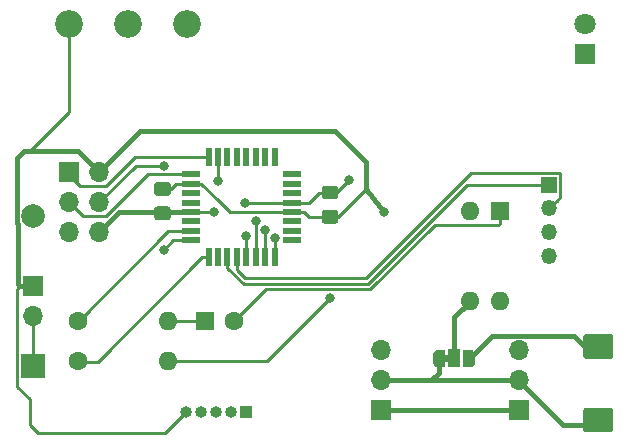
<source format=gbr>
G04 #@! TF.GenerationSoftware,KiCad,Pcbnew,5.1.5-1.fc31*
G04 #@! TF.CreationDate,2020-02-11T17:57:21+01:00*
G04 #@! TF.ProjectId,mimu3000,6d696d75-3330-4303-902e-6b696361645f,rev?*
G04 #@! TF.SameCoordinates,Original*
G04 #@! TF.FileFunction,Copper,L1,Top*
G04 #@! TF.FilePolarity,Positive*
%FSLAX46Y46*%
G04 Gerber Fmt 4.6, Leading zero omitted, Abs format (unit mm)*
G04 Created by KiCad (PCBNEW 5.1.5-1.fc31) date 2020-02-11 17:57:21*
%MOMM*%
%LPD*%
G04 APERTURE LIST*
%ADD10C,0.100000*%
%ADD11R,1.000000X1.500000*%
%ADD12R,0.550000X1.600000*%
%ADD13R,1.600000X0.550000*%
%ADD14O,1.350000X1.350000*%
%ADD15R,1.350000X1.350000*%
%ADD16C,2.000000*%
%ADD17R,2.000000X2.000000*%
%ADD18C,2.340000*%
%ADD19R,1.000000X1.000000*%
%ADD20O,1.000000X1.000000*%
%ADD21R,1.700000X1.700000*%
%ADD22O,1.700000X1.700000*%
%ADD23O,1.600000X1.600000*%
%ADD24R,1.600000X1.600000*%
%ADD25C,1.800000*%
%ADD26R,1.800000X1.800000*%
%ADD27C,1.600000*%
%ADD28C,0.800000*%
%ADD29C,0.250000*%
%ADD30C,0.400000*%
G04 APERTURE END LIST*
D10*
G36*
X202400000Y-119100000D02*
G01*
X202900000Y-119100000D01*
X202900000Y-119700000D01*
X202400000Y-119700000D01*
X202400000Y-119100000D01*
G37*
G04 #@! TA.AperFunction,SMDPad,CuDef*
G36*
X202550000Y-120150000D02*
G01*
X202000000Y-120150000D01*
X202000000Y-120149398D01*
X201975466Y-120149398D01*
X201926635Y-120144588D01*
X201878510Y-120135016D01*
X201831555Y-120120772D01*
X201786222Y-120101995D01*
X201742949Y-120078864D01*
X201702150Y-120051604D01*
X201664221Y-120020476D01*
X201629524Y-119985779D01*
X201598396Y-119947850D01*
X201571136Y-119907051D01*
X201548005Y-119863778D01*
X201529228Y-119818445D01*
X201514984Y-119771490D01*
X201505412Y-119723365D01*
X201500602Y-119674534D01*
X201500602Y-119650000D01*
X201500000Y-119650000D01*
X201500000Y-119150000D01*
X201500602Y-119150000D01*
X201500602Y-119125466D01*
X201505412Y-119076635D01*
X201514984Y-119028510D01*
X201529228Y-118981555D01*
X201548005Y-118936222D01*
X201571136Y-118892949D01*
X201598396Y-118852150D01*
X201629524Y-118814221D01*
X201664221Y-118779524D01*
X201702150Y-118748396D01*
X201742949Y-118721136D01*
X201786222Y-118698005D01*
X201831555Y-118679228D01*
X201878510Y-118664984D01*
X201926635Y-118655412D01*
X201975466Y-118650602D01*
X202000000Y-118650602D01*
X202000000Y-118650000D01*
X202550000Y-118650000D01*
X202550000Y-120150000D01*
G37*
G04 #@! TD.AperFunction*
D11*
X203300000Y-119400000D03*
G04 #@! TA.AperFunction,SMDPad,CuDef*
D10*
G36*
X204600000Y-118650602D02*
G01*
X204624534Y-118650602D01*
X204673365Y-118655412D01*
X204721490Y-118664984D01*
X204768445Y-118679228D01*
X204813778Y-118698005D01*
X204857051Y-118721136D01*
X204897850Y-118748396D01*
X204935779Y-118779524D01*
X204970476Y-118814221D01*
X205001604Y-118852150D01*
X205028864Y-118892949D01*
X205051995Y-118936222D01*
X205070772Y-118981555D01*
X205085016Y-119028510D01*
X205094588Y-119076635D01*
X205099398Y-119125466D01*
X205099398Y-119150000D01*
X205100000Y-119150000D01*
X205100000Y-119650000D01*
X205099398Y-119650000D01*
X205099398Y-119674534D01*
X205094588Y-119723365D01*
X205085016Y-119771490D01*
X205070772Y-119818445D01*
X205051995Y-119863778D01*
X205028864Y-119907051D01*
X205001604Y-119947850D01*
X204970476Y-119985779D01*
X204935779Y-120020476D01*
X204897850Y-120051604D01*
X204857051Y-120078864D01*
X204813778Y-120101995D01*
X204768445Y-120120772D01*
X204721490Y-120135016D01*
X204673365Y-120144588D01*
X204624534Y-120149398D01*
X204600000Y-120149398D01*
X204600000Y-120150000D01*
X204050000Y-120150000D01*
X204050000Y-118650000D01*
X204600000Y-118650000D01*
X204600000Y-118650602D01*
G37*
G04 #@! TD.AperFunction*
G04 #@! TA.AperFunction,SMDPad,CuDef*
G36*
X216549504Y-117351204D02*
G01*
X216573773Y-117354804D01*
X216597571Y-117360765D01*
X216620671Y-117369030D01*
X216642849Y-117379520D01*
X216663893Y-117392133D01*
X216683598Y-117406747D01*
X216701777Y-117423223D01*
X216718253Y-117441402D01*
X216732867Y-117461107D01*
X216745480Y-117482151D01*
X216755970Y-117504329D01*
X216764235Y-117527429D01*
X216770196Y-117551227D01*
X216773796Y-117575496D01*
X216775000Y-117600000D01*
X216775000Y-119175000D01*
X216773796Y-119199504D01*
X216770196Y-119223773D01*
X216764235Y-119247571D01*
X216755970Y-119270671D01*
X216745480Y-119292849D01*
X216732867Y-119313893D01*
X216718253Y-119333598D01*
X216701777Y-119351777D01*
X216683598Y-119368253D01*
X216663893Y-119382867D01*
X216642849Y-119395480D01*
X216620671Y-119405970D01*
X216597571Y-119414235D01*
X216573773Y-119420196D01*
X216549504Y-119423796D01*
X216525000Y-119425000D01*
X214475000Y-119425000D01*
X214450496Y-119423796D01*
X214426227Y-119420196D01*
X214402429Y-119414235D01*
X214379329Y-119405970D01*
X214357151Y-119395480D01*
X214336107Y-119382867D01*
X214316402Y-119368253D01*
X214298223Y-119351777D01*
X214281747Y-119333598D01*
X214267133Y-119313893D01*
X214254520Y-119292849D01*
X214244030Y-119270671D01*
X214235765Y-119247571D01*
X214229804Y-119223773D01*
X214226204Y-119199504D01*
X214225000Y-119175000D01*
X214225000Y-117600000D01*
X214226204Y-117575496D01*
X214229804Y-117551227D01*
X214235765Y-117527429D01*
X214244030Y-117504329D01*
X214254520Y-117482151D01*
X214267133Y-117461107D01*
X214281747Y-117441402D01*
X214298223Y-117423223D01*
X214316402Y-117406747D01*
X214336107Y-117392133D01*
X214357151Y-117379520D01*
X214379329Y-117369030D01*
X214402429Y-117360765D01*
X214426227Y-117354804D01*
X214450496Y-117351204D01*
X214475000Y-117350000D01*
X216525000Y-117350000D01*
X216549504Y-117351204D01*
G37*
G04 #@! TD.AperFunction*
G04 #@! TA.AperFunction,SMDPad,CuDef*
G36*
X216549504Y-123576204D02*
G01*
X216573773Y-123579804D01*
X216597571Y-123585765D01*
X216620671Y-123594030D01*
X216642849Y-123604520D01*
X216663893Y-123617133D01*
X216683598Y-123631747D01*
X216701777Y-123648223D01*
X216718253Y-123666402D01*
X216732867Y-123686107D01*
X216745480Y-123707151D01*
X216755970Y-123729329D01*
X216764235Y-123752429D01*
X216770196Y-123776227D01*
X216773796Y-123800496D01*
X216775000Y-123825000D01*
X216775000Y-125400000D01*
X216773796Y-125424504D01*
X216770196Y-125448773D01*
X216764235Y-125472571D01*
X216755970Y-125495671D01*
X216745480Y-125517849D01*
X216732867Y-125538893D01*
X216718253Y-125558598D01*
X216701777Y-125576777D01*
X216683598Y-125593253D01*
X216663893Y-125607867D01*
X216642849Y-125620480D01*
X216620671Y-125630970D01*
X216597571Y-125639235D01*
X216573773Y-125645196D01*
X216549504Y-125648796D01*
X216525000Y-125650000D01*
X214475000Y-125650000D01*
X214450496Y-125648796D01*
X214426227Y-125645196D01*
X214402429Y-125639235D01*
X214379329Y-125630970D01*
X214357151Y-125620480D01*
X214336107Y-125607867D01*
X214316402Y-125593253D01*
X214298223Y-125576777D01*
X214281747Y-125558598D01*
X214267133Y-125538893D01*
X214254520Y-125517849D01*
X214244030Y-125495671D01*
X214235765Y-125472571D01*
X214229804Y-125448773D01*
X214226204Y-125424504D01*
X214225000Y-125400000D01*
X214225000Y-123825000D01*
X214226204Y-123800496D01*
X214229804Y-123776227D01*
X214235765Y-123752429D01*
X214244030Y-123729329D01*
X214254520Y-123707151D01*
X214267133Y-123686107D01*
X214281747Y-123666402D01*
X214298223Y-123648223D01*
X214316402Y-123631747D01*
X214336107Y-123617133D01*
X214357151Y-123604520D01*
X214379329Y-123594030D01*
X214402429Y-123585765D01*
X214426227Y-123579804D01*
X214450496Y-123576204D01*
X214475000Y-123575000D01*
X216525000Y-123575000D01*
X216549504Y-123576204D01*
G37*
G04 #@! TD.AperFunction*
D12*
X188100000Y-110850000D03*
X187300000Y-110850000D03*
X186500000Y-110850000D03*
X185700000Y-110850000D03*
X184900000Y-110850000D03*
X184100000Y-110850000D03*
X183300000Y-110850000D03*
X182500000Y-110850000D03*
D13*
X181050000Y-109400000D03*
X181050000Y-108600000D03*
X181050000Y-107800000D03*
X181050000Y-107000000D03*
X181050000Y-106200000D03*
X181050000Y-105400000D03*
X181050000Y-104600000D03*
X181050000Y-103800000D03*
D12*
X182500000Y-102350000D03*
X183300000Y-102350000D03*
X184100000Y-102350000D03*
X184900000Y-102350000D03*
X185700000Y-102350000D03*
X186500000Y-102350000D03*
X187300000Y-102350000D03*
X188100000Y-102350000D03*
D13*
X189550000Y-103800000D03*
X189550000Y-104600000D03*
X189550000Y-105400000D03*
X189550000Y-106200000D03*
X189550000Y-107000000D03*
X189550000Y-107800000D03*
X189550000Y-108600000D03*
X189550000Y-109400000D03*
D14*
X211300000Y-110700000D03*
X211300000Y-108700000D03*
X211300000Y-106700000D03*
D15*
X211300000Y-104700000D03*
D16*
X167640000Y-107315000D03*
D17*
X167640000Y-120015000D03*
D18*
X180700000Y-91100000D03*
X175700000Y-91100000D03*
X170700000Y-91100000D03*
D19*
X185674000Y-123952000D03*
D20*
X184404000Y-123952000D03*
X183134000Y-123952000D03*
X181864000Y-123952000D03*
X180594000Y-123952000D03*
G04 #@! TA.AperFunction,SMDPad,CuDef*
D10*
G36*
X179074505Y-106526204D02*
G01*
X179098773Y-106529804D01*
X179122572Y-106535765D01*
X179145671Y-106544030D01*
X179167850Y-106554520D01*
X179188893Y-106567132D01*
X179208599Y-106581747D01*
X179226777Y-106598223D01*
X179243253Y-106616401D01*
X179257868Y-106636107D01*
X179270480Y-106657150D01*
X179280970Y-106679329D01*
X179289235Y-106702428D01*
X179295196Y-106726227D01*
X179298796Y-106750495D01*
X179300000Y-106774999D01*
X179300000Y-107425001D01*
X179298796Y-107449505D01*
X179295196Y-107473773D01*
X179289235Y-107497572D01*
X179280970Y-107520671D01*
X179270480Y-107542850D01*
X179257868Y-107563893D01*
X179243253Y-107583599D01*
X179226777Y-107601777D01*
X179208599Y-107618253D01*
X179188893Y-107632868D01*
X179167850Y-107645480D01*
X179145671Y-107655970D01*
X179122572Y-107664235D01*
X179098773Y-107670196D01*
X179074505Y-107673796D01*
X179050001Y-107675000D01*
X178149999Y-107675000D01*
X178125495Y-107673796D01*
X178101227Y-107670196D01*
X178077428Y-107664235D01*
X178054329Y-107655970D01*
X178032150Y-107645480D01*
X178011107Y-107632868D01*
X177991401Y-107618253D01*
X177973223Y-107601777D01*
X177956747Y-107583599D01*
X177942132Y-107563893D01*
X177929520Y-107542850D01*
X177919030Y-107520671D01*
X177910765Y-107497572D01*
X177904804Y-107473773D01*
X177901204Y-107449505D01*
X177900000Y-107425001D01*
X177900000Y-106774999D01*
X177901204Y-106750495D01*
X177904804Y-106726227D01*
X177910765Y-106702428D01*
X177919030Y-106679329D01*
X177929520Y-106657150D01*
X177942132Y-106636107D01*
X177956747Y-106616401D01*
X177973223Y-106598223D01*
X177991401Y-106581747D01*
X178011107Y-106567132D01*
X178032150Y-106554520D01*
X178054329Y-106544030D01*
X178077428Y-106535765D01*
X178101227Y-106529804D01*
X178125495Y-106526204D01*
X178149999Y-106525000D01*
X179050001Y-106525000D01*
X179074505Y-106526204D01*
G37*
G04 #@! TD.AperFunction*
G04 #@! TA.AperFunction,SMDPad,CuDef*
G36*
X179074505Y-104476204D02*
G01*
X179098773Y-104479804D01*
X179122572Y-104485765D01*
X179145671Y-104494030D01*
X179167850Y-104504520D01*
X179188893Y-104517132D01*
X179208599Y-104531747D01*
X179226777Y-104548223D01*
X179243253Y-104566401D01*
X179257868Y-104586107D01*
X179270480Y-104607150D01*
X179280970Y-104629329D01*
X179289235Y-104652428D01*
X179295196Y-104676227D01*
X179298796Y-104700495D01*
X179300000Y-104724999D01*
X179300000Y-105375001D01*
X179298796Y-105399505D01*
X179295196Y-105423773D01*
X179289235Y-105447572D01*
X179280970Y-105470671D01*
X179270480Y-105492850D01*
X179257868Y-105513893D01*
X179243253Y-105533599D01*
X179226777Y-105551777D01*
X179208599Y-105568253D01*
X179188893Y-105582868D01*
X179167850Y-105595480D01*
X179145671Y-105605970D01*
X179122572Y-105614235D01*
X179098773Y-105620196D01*
X179074505Y-105623796D01*
X179050001Y-105625000D01*
X178149999Y-105625000D01*
X178125495Y-105623796D01*
X178101227Y-105620196D01*
X178077428Y-105614235D01*
X178054329Y-105605970D01*
X178032150Y-105595480D01*
X178011107Y-105582868D01*
X177991401Y-105568253D01*
X177973223Y-105551777D01*
X177956747Y-105533599D01*
X177942132Y-105513893D01*
X177929520Y-105492850D01*
X177919030Y-105470671D01*
X177910765Y-105447572D01*
X177904804Y-105423773D01*
X177901204Y-105399505D01*
X177900000Y-105375001D01*
X177900000Y-104724999D01*
X177901204Y-104700495D01*
X177904804Y-104676227D01*
X177910765Y-104652428D01*
X177919030Y-104629329D01*
X177929520Y-104607150D01*
X177942132Y-104586107D01*
X177956747Y-104566401D01*
X177973223Y-104548223D01*
X177991401Y-104531747D01*
X178011107Y-104517132D01*
X178032150Y-104504520D01*
X178054329Y-104494030D01*
X178077428Y-104485765D01*
X178101227Y-104479804D01*
X178125495Y-104476204D01*
X178149999Y-104475000D01*
X179050001Y-104475000D01*
X179074505Y-104476204D01*
G37*
G04 #@! TD.AperFunction*
G04 #@! TA.AperFunction,SMDPad,CuDef*
G36*
X193260505Y-104775204D02*
G01*
X193284773Y-104778804D01*
X193308572Y-104784765D01*
X193331671Y-104793030D01*
X193353850Y-104803520D01*
X193374893Y-104816132D01*
X193394599Y-104830747D01*
X193412777Y-104847223D01*
X193429253Y-104865401D01*
X193443868Y-104885107D01*
X193456480Y-104906150D01*
X193466970Y-104928329D01*
X193475235Y-104951428D01*
X193481196Y-104975227D01*
X193484796Y-104999495D01*
X193486000Y-105023999D01*
X193486000Y-105674001D01*
X193484796Y-105698505D01*
X193481196Y-105722773D01*
X193475235Y-105746572D01*
X193466970Y-105769671D01*
X193456480Y-105791850D01*
X193443868Y-105812893D01*
X193429253Y-105832599D01*
X193412777Y-105850777D01*
X193394599Y-105867253D01*
X193374893Y-105881868D01*
X193353850Y-105894480D01*
X193331671Y-105904970D01*
X193308572Y-105913235D01*
X193284773Y-105919196D01*
X193260505Y-105922796D01*
X193236001Y-105924000D01*
X192335999Y-105924000D01*
X192311495Y-105922796D01*
X192287227Y-105919196D01*
X192263428Y-105913235D01*
X192240329Y-105904970D01*
X192218150Y-105894480D01*
X192197107Y-105881868D01*
X192177401Y-105867253D01*
X192159223Y-105850777D01*
X192142747Y-105832599D01*
X192128132Y-105812893D01*
X192115520Y-105791850D01*
X192105030Y-105769671D01*
X192096765Y-105746572D01*
X192090804Y-105722773D01*
X192087204Y-105698505D01*
X192086000Y-105674001D01*
X192086000Y-105023999D01*
X192087204Y-104999495D01*
X192090804Y-104975227D01*
X192096765Y-104951428D01*
X192105030Y-104928329D01*
X192115520Y-104906150D01*
X192128132Y-104885107D01*
X192142747Y-104865401D01*
X192159223Y-104847223D01*
X192177401Y-104830747D01*
X192197107Y-104816132D01*
X192218150Y-104803520D01*
X192240329Y-104793030D01*
X192263428Y-104784765D01*
X192287227Y-104778804D01*
X192311495Y-104775204D01*
X192335999Y-104774000D01*
X193236001Y-104774000D01*
X193260505Y-104775204D01*
G37*
G04 #@! TD.AperFunction*
G04 #@! TA.AperFunction,SMDPad,CuDef*
G36*
X193260505Y-106825204D02*
G01*
X193284773Y-106828804D01*
X193308572Y-106834765D01*
X193331671Y-106843030D01*
X193353850Y-106853520D01*
X193374893Y-106866132D01*
X193394599Y-106880747D01*
X193412777Y-106897223D01*
X193429253Y-106915401D01*
X193443868Y-106935107D01*
X193456480Y-106956150D01*
X193466970Y-106978329D01*
X193475235Y-107001428D01*
X193481196Y-107025227D01*
X193484796Y-107049495D01*
X193486000Y-107073999D01*
X193486000Y-107724001D01*
X193484796Y-107748505D01*
X193481196Y-107772773D01*
X193475235Y-107796572D01*
X193466970Y-107819671D01*
X193456480Y-107841850D01*
X193443868Y-107862893D01*
X193429253Y-107882599D01*
X193412777Y-107900777D01*
X193394599Y-107917253D01*
X193374893Y-107931868D01*
X193353850Y-107944480D01*
X193331671Y-107954970D01*
X193308572Y-107963235D01*
X193284773Y-107969196D01*
X193260505Y-107972796D01*
X193236001Y-107974000D01*
X192335999Y-107974000D01*
X192311495Y-107972796D01*
X192287227Y-107969196D01*
X192263428Y-107963235D01*
X192240329Y-107954970D01*
X192218150Y-107944480D01*
X192197107Y-107931868D01*
X192177401Y-107917253D01*
X192159223Y-107900777D01*
X192142747Y-107882599D01*
X192128132Y-107862893D01*
X192115520Y-107841850D01*
X192105030Y-107819671D01*
X192096765Y-107796572D01*
X192090804Y-107772773D01*
X192087204Y-107748505D01*
X192086000Y-107724001D01*
X192086000Y-107073999D01*
X192087204Y-107049495D01*
X192090804Y-107025227D01*
X192096765Y-107001428D01*
X192105030Y-106978329D01*
X192115520Y-106956150D01*
X192128132Y-106935107D01*
X192142747Y-106915401D01*
X192159223Y-106897223D01*
X192177401Y-106880747D01*
X192197107Y-106866132D01*
X192218150Y-106853520D01*
X192240329Y-106843030D01*
X192263428Y-106834765D01*
X192287227Y-106828804D01*
X192311495Y-106825204D01*
X192335999Y-106824000D01*
X193236001Y-106824000D01*
X193260505Y-106825204D01*
G37*
G04 #@! TD.AperFunction*
D21*
X167640000Y-113284000D03*
D22*
X167640000Y-115824000D03*
D23*
X207200000Y-114520000D03*
X204660000Y-106900000D03*
X204660000Y-114520000D03*
D24*
X207200000Y-106900000D03*
D22*
X173228000Y-108712000D03*
X170688000Y-108712000D03*
X173228000Y-106172000D03*
X170688000Y-106172000D03*
X173228000Y-103632000D03*
D21*
X170688000Y-103632000D03*
D22*
X208765000Y-118718000D03*
X208765000Y-121258000D03*
D21*
X208765000Y-123798000D03*
X197081000Y-123798000D03*
D22*
X197081000Y-121258000D03*
X197081000Y-118718000D03*
D25*
X214400000Y-91060000D03*
D26*
X214400000Y-93600000D03*
D23*
X179070000Y-119634000D03*
D27*
X171450000Y-119634000D03*
D23*
X179070000Y-116205000D03*
D27*
X171450000Y-116205000D03*
X184700000Y-116200000D03*
D24*
X182200000Y-116200000D03*
D28*
X192800000Y-114300000D03*
X185700000Y-109000000D03*
X178700000Y-103075000D03*
X183300000Y-104400000D03*
X185600000Y-106200000D03*
X183000000Y-107000000D03*
X194400000Y-104300000D03*
X178700000Y-110200000D03*
X197400000Y-107000000D03*
X186500000Y-107800000D03*
X187300000Y-108500000D03*
X188100000Y-109200000D03*
D29*
X167640000Y-118765000D02*
X167640000Y-115824000D01*
X167640000Y-120015000D02*
X167640000Y-118765000D01*
X184700000Y-116200000D02*
X187349990Y-113550010D01*
X187349990Y-113550010D02*
X196186401Y-113550009D01*
X196186401Y-113550009D02*
X201668205Y-108068205D01*
X207081795Y-108068205D02*
X207200000Y-107950000D01*
X201668205Y-108068205D02*
X207081795Y-108068205D01*
X207200000Y-107950000D02*
X207200000Y-106900000D01*
X179070000Y-116205000D02*
X182195000Y-116205000D01*
D30*
X197081000Y-121258000D02*
X200383000Y-121258000D01*
X208765000Y-123798000D02*
X197081000Y-123798000D01*
D29*
X179070000Y-119634000D02*
X187466000Y-119634000D01*
X187466000Y-119634000D02*
X192800000Y-114300000D01*
X185700000Y-109000000D02*
X185700000Y-110500000D01*
X172591590Y-106172000D02*
X173228000Y-106172000D01*
X173228000Y-106172000D02*
X176325000Y-103075000D01*
X176325000Y-103075000D02*
X178700000Y-103075000D01*
X183300000Y-104400000D02*
X183300000Y-102400000D01*
X170688000Y-106172000D02*
X170688000Y-106336588D01*
X171863001Y-107347001D02*
X171537999Y-107021999D01*
X173792001Y-107347001D02*
X171863001Y-107347001D01*
X174211002Y-106928000D02*
X173792001Y-107347001D01*
X171537999Y-107021999D02*
X170688000Y-106172000D01*
X174211002Y-106928000D02*
X177339002Y-103800000D01*
X177339002Y-103800000D02*
X181000000Y-103800000D01*
X173792001Y-104807001D02*
X171607001Y-104807001D01*
X182500000Y-102350000D02*
X176249002Y-102350000D01*
X176249002Y-102350000D02*
X173792001Y-104807001D01*
X171607001Y-104807001D02*
X170700000Y-103900000D01*
X173628000Y-109112000D02*
X173228000Y-108712000D01*
X190974000Y-106228000D02*
X191844000Y-105358000D01*
X189924000Y-106228000D02*
X190974000Y-106228000D01*
X191844000Y-105358000D02*
X193294000Y-105358000D01*
X189550000Y-106200000D02*
X188500000Y-106200000D01*
D30*
X181050000Y-107000000D02*
X174900000Y-107000000D01*
X174900000Y-107000000D02*
X173200000Y-108700000D01*
D29*
X188500000Y-106200000D02*
X185600000Y-106200000D01*
X183000000Y-107000000D02*
X182434315Y-107000000D01*
X182434315Y-107000000D02*
X181100000Y-107000000D01*
X194400000Y-104300000D02*
X193300000Y-105400000D01*
X193300000Y-105400000D02*
X192800000Y-105400000D01*
X167386000Y-122852000D02*
X167386000Y-123952000D01*
X166314999Y-113509001D02*
X166314999Y-121780999D01*
X166314999Y-121780999D02*
X167386000Y-122852000D01*
X166540000Y-113284000D02*
X166314999Y-113509001D01*
D30*
X167640000Y-113284000D02*
X166540000Y-113284000D01*
X166540000Y-113284000D02*
X166370000Y-113114000D01*
X166314999Y-107951001D02*
X166314999Y-102417001D01*
X166370000Y-113114000D02*
X166370000Y-108006002D01*
D29*
X166370000Y-108006002D02*
X166314999Y-107951001D01*
D30*
X166314999Y-102417001D02*
X166878000Y-101854000D01*
X166878000Y-101854000D02*
X167386000Y-101854000D01*
X167386000Y-101854000D02*
X171450000Y-101854000D01*
X171450000Y-101854000D02*
X173228000Y-103632000D01*
D29*
X168036020Y-125702020D02*
X167386000Y-125052000D01*
X178843980Y-125702020D02*
X168036020Y-125702020D01*
X167386000Y-125052000D02*
X167386000Y-123952000D01*
X180594000Y-123952000D02*
X178843980Y-125702020D01*
D30*
X193200000Y-100100000D02*
X176700000Y-100100000D01*
X176700000Y-100100000D02*
X173200000Y-103600000D01*
D29*
X170700000Y-98540000D02*
X167386000Y-101854000D01*
X170700000Y-91100000D02*
X170700000Y-98540000D01*
X181050000Y-108600000D02*
X179100000Y-108600000D01*
X179100000Y-108600000D02*
X171500000Y-116200000D01*
X181975000Y-110850000D02*
X173125000Y-119700000D01*
X182500000Y-110850000D02*
X181975000Y-110850000D01*
X173125000Y-119700000D02*
X171400000Y-119700000D01*
X181050000Y-109400000D02*
X179500000Y-109400000D01*
X179500000Y-109400000D02*
X178700000Y-110200000D01*
X183300000Y-106000000D02*
X181900000Y-104600000D01*
X181900000Y-104600000D02*
X181100000Y-104600000D01*
X179300000Y-105050000D02*
X179750000Y-104600000D01*
X178600000Y-105050000D02*
X179300000Y-105050000D01*
X179750000Y-104600000D02*
X181000000Y-104600000D01*
X190600000Y-107000000D02*
X191000000Y-107400000D01*
X189550000Y-107000000D02*
X190600000Y-107000000D01*
X191001000Y-107399000D02*
X191000000Y-107400000D01*
X192786000Y-107399000D02*
X191001000Y-107399000D01*
X183300000Y-106000000D02*
X184300000Y-107000000D01*
X184300000Y-107000000D02*
X189600000Y-107000000D01*
D30*
X193200000Y-100100000D02*
X195825001Y-102725001D01*
X195825001Y-102725001D02*
X195825001Y-105048001D01*
D29*
X195800000Y-105073002D02*
X195825001Y-105048001D01*
X195800000Y-105085000D02*
X195800000Y-105073002D01*
X193486000Y-107399000D02*
X195800000Y-105085000D01*
X192786000Y-107399000D02*
X193486000Y-107399000D01*
D30*
X197400000Y-107000000D02*
X195800000Y-105073002D01*
D29*
X186500000Y-110850000D02*
X186500000Y-107800000D01*
X187300000Y-108500000D02*
X187300000Y-110800000D01*
X188100000Y-110850000D02*
X188100000Y-109200000D01*
X184900000Y-110850000D02*
X184900000Y-111873592D01*
X212300001Y-105699999D02*
X211974999Y-106025001D01*
X184900000Y-111873592D02*
X185626408Y-112600000D01*
X195863590Y-112600000D02*
X204763591Y-103699999D01*
X204763591Y-103699999D02*
X212235001Y-103699999D01*
X212300001Y-103764999D02*
X212300001Y-105699999D01*
X212235001Y-103699999D02*
X212300001Y-103764999D01*
X211974999Y-106025001D02*
X211300000Y-106700000D01*
X185626408Y-112600000D02*
X195863590Y-112600000D01*
X211300000Y-104700000D02*
X204400000Y-104700000D01*
X204400000Y-104700000D02*
X196000000Y-113100000D01*
X185489998Y-113100000D02*
X184100000Y-111710002D01*
X196000000Y-113100000D02*
X185489998Y-113100000D01*
X184100000Y-111710002D02*
X184100000Y-111000000D01*
D30*
X204600000Y-119400000D02*
X204500000Y-119400000D01*
X206532001Y-117467999D02*
X205054064Y-118945936D01*
X213405499Y-117467999D02*
X206532001Y-117467999D01*
X216000000Y-118787500D02*
X214725000Y-118787500D01*
X214725000Y-118787500D02*
X213405499Y-117467999D01*
X205054064Y-118945936D02*
X204600000Y-119400000D01*
X201358000Y-121258000D02*
X202000000Y-120616000D01*
X201358000Y-121258000D02*
X208765000Y-121258000D01*
X200383000Y-121258000D02*
X201358000Y-121258000D01*
X202000000Y-120616000D02*
X202000000Y-119400000D01*
X216000000Y-125012500D02*
X212512500Y-125012500D01*
X212512500Y-125012500D02*
X208800000Y-121300000D01*
X203300000Y-119400000D02*
X203300000Y-115900000D01*
X203300000Y-115900000D02*
X204700000Y-114500000D01*
M02*

</source>
